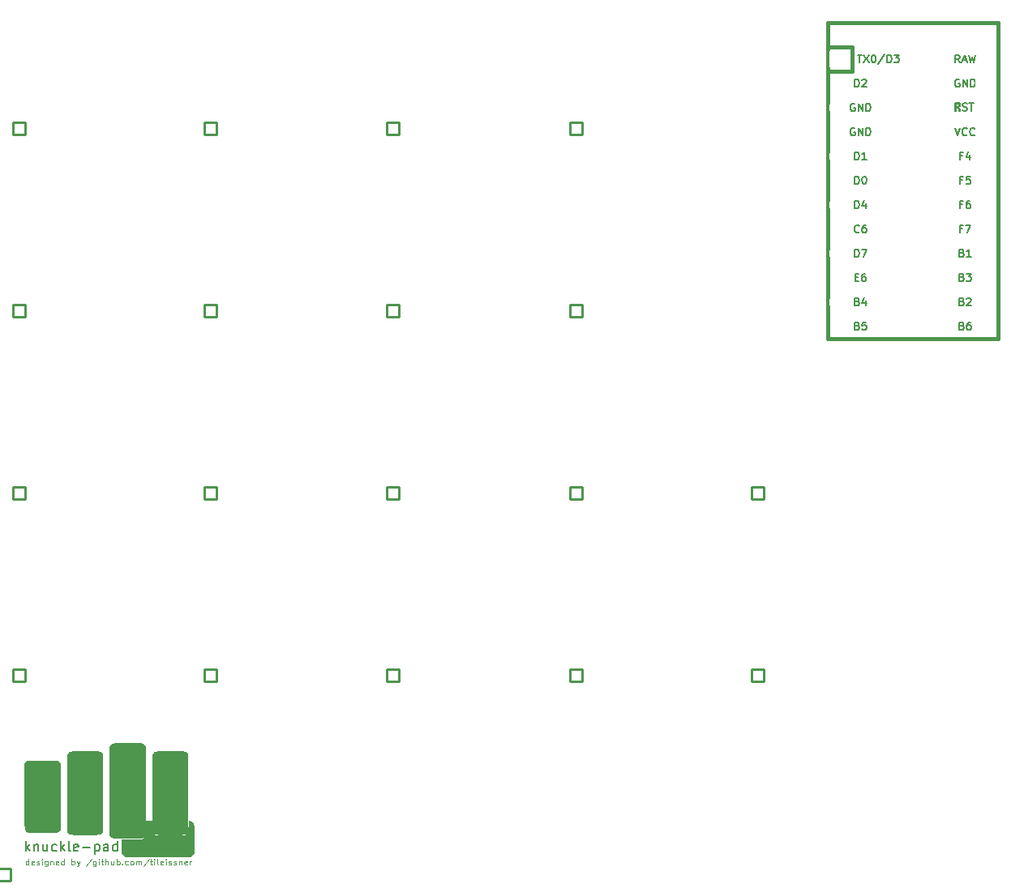
<source format=gto>
%TF.GenerationSoftware,KiCad,Pcbnew,5.99.0-unknown-5f3c67bd2b~134~ubuntu20.04.1*%
%TF.CreationDate,2021-09-28T13:01:48+02:00*%
%TF.ProjectId,knuckle-pad,6b6e7563-6b6c-4652-9d70-61642e6b6963,rev?*%
%TF.SameCoordinates,Original*%
%TF.FileFunction,Legend,Top*%
%TF.FilePolarity,Positive*%
%FSLAX46Y46*%
G04 Gerber Fmt 4.6, Leading zero omitted, Abs format (unit mm)*
G04 Created by KiCad (PCBNEW 5.99.0-unknown-5f3c67bd2b~134~ubuntu20.04.1) date 2021-09-28 13:01:48*
%MOMM*%
%LPD*%
G01*
G04 APERTURE LIST*
G04 Aperture macros list*
%AMRoundRect*
0 Rectangle with rounded corners*
0 $1 Rounding radius*
0 $2 $3 $4 $5 $6 $7 $8 $9 X,Y pos of 4 corners*
0 Add a 4 corners polygon primitive as box body*
4,1,4,$2,$3,$4,$5,$6,$7,$8,$9,$2,$3,0*
0 Add four circle primitives for the rounded corners*
1,1,$1+$1,$2,$3*
1,1,$1+$1,$4,$5*
1,1,$1+$1,$6,$7*
1,1,$1+$1,$8,$9*
0 Add four rect primitives between the rounded corners*
20,1,$1+$1,$2,$3,$4,$5,0*
20,1,$1+$1,$4,$5,$6,$7,0*
20,1,$1+$1,$6,$7,$8,$9,0*
20,1,$1+$1,$8,$9,$2,$3,0*%
%AMHorizOval*
0 Thick line with rounded ends*
0 $1 width*
0 $2 $3 position (X,Y) of the first rounded end (center of the circle)*
0 $4 $5 position (X,Y) of the second rounded end (center of the circle)*
0 Add line between two ends*
20,1,$1,$2,$3,$4,$5,0*
0 Add two circle primitives to create the rounded ends*
1,1,$1,$2,$3*
1,1,$1,$4,$5*%
G04 Aperture macros list end*
%ADD10C,0.076200*%
%ADD11C,0.133350*%
%ADD12C,0.150000*%
%ADD13C,0.381000*%
%ADD14C,0.010000*%
%ADD15R,1.752600X1.752600*%
%ADD16C,1.752600*%
%ADD17C,1.750000*%
%ADD18C,3.987800*%
%ADD19RoundRect,0.160000X0.640000X-0.640000X0.640000X0.640000X-0.640000X0.640000X-0.640000X-0.640000X0*%
%ADD20O,1.600000X1.600000*%
%ADD21RoundRect,0.160000X0.850513X-0.309561X0.309561X0.850513X-0.850513X0.309561X-0.309561X-0.850513X0*%
%ADD22HorizOval,1.600000X0.000000X0.000000X0.000000X0.000000X0*%
%ADD23RoundRect,0.160000X0.783837X-0.452548X0.452548X0.783837X-0.783837X0.452548X-0.452548X-0.783837X0*%
%ADD24HorizOval,1.600000X0.000000X0.000000X0.000000X0.000000X0*%
%ADD25RoundRect,0.160000X0.519142X-0.741412X0.741412X0.519142X-0.519142X0.741412X-0.741412X-0.519142X0*%
%ADD26HorizOval,1.600000X0.000000X0.000000X0.000000X0.000000X0*%
%ADD27RoundRect,0.160000X0.234256X-0.874256X0.874256X0.234256X-0.234256X0.874256X-0.874256X-0.234256X0*%
%ADD28HorizOval,1.600000X0.000000X0.000000X0.000000X0.000000X0*%
%ADD29C,2.000000*%
G04 APERTURE END LIST*
D10*
X105312028Y-125361820D02*
X105312028Y-124777620D01*
X105312028Y-125334001D02*
X105250342Y-125361820D01*
X105126971Y-125361820D01*
X105065285Y-125334001D01*
X105034442Y-125306182D01*
X105003600Y-125250544D01*
X105003600Y-125083630D01*
X105034442Y-125027992D01*
X105065285Y-125000173D01*
X105126971Y-124972354D01*
X105250342Y-124972354D01*
X105312028Y-125000173D01*
X105867200Y-125334001D02*
X105805514Y-125361820D01*
X105682142Y-125361820D01*
X105620457Y-125334001D01*
X105589614Y-125278363D01*
X105589614Y-125055811D01*
X105620457Y-125000173D01*
X105682142Y-124972354D01*
X105805514Y-124972354D01*
X105867200Y-125000173D01*
X105898042Y-125055811D01*
X105898042Y-125111449D01*
X105589614Y-125167087D01*
X106144785Y-125334001D02*
X106206471Y-125361820D01*
X106329842Y-125361820D01*
X106391528Y-125334001D01*
X106422371Y-125278363D01*
X106422371Y-125250544D01*
X106391528Y-125194906D01*
X106329842Y-125167087D01*
X106237314Y-125167087D01*
X106175628Y-125139268D01*
X106144785Y-125083630D01*
X106144785Y-125055811D01*
X106175628Y-125000173D01*
X106237314Y-124972354D01*
X106329842Y-124972354D01*
X106391528Y-125000173D01*
X106699957Y-125361820D02*
X106699957Y-124972354D01*
X106699957Y-124777620D02*
X106669114Y-124805440D01*
X106699957Y-124833259D01*
X106730800Y-124805440D01*
X106699957Y-124777620D01*
X106699957Y-124833259D01*
X107285971Y-124972354D02*
X107285971Y-125445278D01*
X107255128Y-125500916D01*
X107224285Y-125528735D01*
X107162600Y-125556554D01*
X107070071Y-125556554D01*
X107008385Y-125528735D01*
X107285971Y-125334001D02*
X107224285Y-125361820D01*
X107100914Y-125361820D01*
X107039228Y-125334001D01*
X107008385Y-125306182D01*
X106977542Y-125250544D01*
X106977542Y-125083630D01*
X107008385Y-125027992D01*
X107039228Y-125000173D01*
X107100914Y-124972354D01*
X107224285Y-124972354D01*
X107285971Y-125000173D01*
X107594400Y-124972354D02*
X107594400Y-125361820D01*
X107594400Y-125027992D02*
X107625242Y-125000173D01*
X107686928Y-124972354D01*
X107779457Y-124972354D01*
X107841142Y-125000173D01*
X107871985Y-125055811D01*
X107871985Y-125361820D01*
X108427157Y-125334001D02*
X108365471Y-125361820D01*
X108242100Y-125361820D01*
X108180414Y-125334001D01*
X108149571Y-125278363D01*
X108149571Y-125055811D01*
X108180414Y-125000173D01*
X108242100Y-124972354D01*
X108365471Y-124972354D01*
X108427157Y-125000173D01*
X108458000Y-125055811D01*
X108458000Y-125111449D01*
X108149571Y-125167087D01*
X109013171Y-125361820D02*
X109013171Y-124777620D01*
X109013171Y-125334001D02*
X108951485Y-125361820D01*
X108828114Y-125361820D01*
X108766428Y-125334001D01*
X108735585Y-125306182D01*
X108704742Y-125250544D01*
X108704742Y-125083630D01*
X108735585Y-125027992D01*
X108766428Y-125000173D01*
X108828114Y-124972354D01*
X108951485Y-124972354D01*
X109013171Y-125000173D01*
X109815085Y-125361820D02*
X109815085Y-124777620D01*
X109815085Y-125000173D02*
X109876771Y-124972354D01*
X110000142Y-124972354D01*
X110061828Y-125000173D01*
X110092671Y-125027992D01*
X110123514Y-125083630D01*
X110123514Y-125250544D01*
X110092671Y-125306182D01*
X110061828Y-125334001D01*
X110000142Y-125361820D01*
X109876771Y-125361820D01*
X109815085Y-125334001D01*
X110339414Y-124972354D02*
X110493628Y-125361820D01*
X110647842Y-124972354D02*
X110493628Y-125361820D01*
X110431942Y-125500916D01*
X110401100Y-125528735D01*
X110339414Y-125556554D01*
X111850714Y-124749801D02*
X111295542Y-125500916D01*
X112344200Y-124972354D02*
X112344200Y-125445278D01*
X112313357Y-125500916D01*
X112282514Y-125528735D01*
X112220828Y-125556554D01*
X112128300Y-125556554D01*
X112066614Y-125528735D01*
X112344200Y-125334001D02*
X112282514Y-125361820D01*
X112159142Y-125361820D01*
X112097457Y-125334001D01*
X112066614Y-125306182D01*
X112035771Y-125250544D01*
X112035771Y-125083630D01*
X112066614Y-125027992D01*
X112097457Y-125000173D01*
X112159142Y-124972354D01*
X112282514Y-124972354D01*
X112344200Y-125000173D01*
X112652628Y-125361820D02*
X112652628Y-124972354D01*
X112652628Y-124777620D02*
X112621785Y-124805440D01*
X112652628Y-124833259D01*
X112683471Y-124805440D01*
X112652628Y-124777620D01*
X112652628Y-124833259D01*
X112868528Y-124972354D02*
X113115271Y-124972354D01*
X112961057Y-124777620D02*
X112961057Y-125278363D01*
X112991900Y-125334001D01*
X113053585Y-125361820D01*
X113115271Y-125361820D01*
X113331171Y-125361820D02*
X113331171Y-124777620D01*
X113608757Y-125361820D02*
X113608757Y-125055811D01*
X113577914Y-125000173D01*
X113516228Y-124972354D01*
X113423700Y-124972354D01*
X113362014Y-125000173D01*
X113331171Y-125027992D01*
X114194771Y-124972354D02*
X114194771Y-125361820D01*
X113917185Y-124972354D02*
X113917185Y-125278363D01*
X113948028Y-125334001D01*
X114009714Y-125361820D01*
X114102242Y-125361820D01*
X114163928Y-125334001D01*
X114194771Y-125306182D01*
X114503200Y-125361820D02*
X114503200Y-124777620D01*
X114503200Y-125000173D02*
X114564885Y-124972354D01*
X114688257Y-124972354D01*
X114749942Y-125000173D01*
X114780785Y-125027992D01*
X114811628Y-125083630D01*
X114811628Y-125250544D01*
X114780785Y-125306182D01*
X114749942Y-125334001D01*
X114688257Y-125361820D01*
X114564885Y-125361820D01*
X114503200Y-125334001D01*
X115089214Y-125306182D02*
X115120057Y-125334001D01*
X115089214Y-125361820D01*
X115058371Y-125334001D01*
X115089214Y-125306182D01*
X115089214Y-125361820D01*
X115675228Y-125334001D02*
X115613542Y-125361820D01*
X115490171Y-125361820D01*
X115428485Y-125334001D01*
X115397642Y-125306182D01*
X115366800Y-125250544D01*
X115366800Y-125083630D01*
X115397642Y-125027992D01*
X115428485Y-125000173D01*
X115490171Y-124972354D01*
X115613542Y-124972354D01*
X115675228Y-125000173D01*
X116045342Y-125361820D02*
X115983657Y-125334001D01*
X115952814Y-125306182D01*
X115921971Y-125250544D01*
X115921971Y-125083630D01*
X115952814Y-125027992D01*
X115983657Y-125000173D01*
X116045342Y-124972354D01*
X116137871Y-124972354D01*
X116199557Y-125000173D01*
X116230400Y-125027992D01*
X116261242Y-125083630D01*
X116261242Y-125250544D01*
X116230400Y-125306182D01*
X116199557Y-125334001D01*
X116137871Y-125361820D01*
X116045342Y-125361820D01*
X116538828Y-125361820D02*
X116538828Y-124972354D01*
X116538828Y-125027992D02*
X116569671Y-125000173D01*
X116631357Y-124972354D01*
X116723885Y-124972354D01*
X116785571Y-125000173D01*
X116816414Y-125055811D01*
X116816414Y-125361820D01*
X116816414Y-125055811D02*
X116847257Y-125000173D01*
X116908942Y-124972354D01*
X117001471Y-124972354D01*
X117063157Y-125000173D01*
X117094000Y-125055811D01*
X117094000Y-125361820D01*
X117865071Y-124749801D02*
X117309900Y-125500916D01*
X117988442Y-124972354D02*
X118235185Y-124972354D01*
X118080971Y-124777620D02*
X118080971Y-125278363D01*
X118111814Y-125334001D01*
X118173500Y-125361820D01*
X118235185Y-125361820D01*
X118451085Y-125361820D02*
X118451085Y-124972354D01*
X118451085Y-124777620D02*
X118420242Y-124805440D01*
X118451085Y-124833259D01*
X118481928Y-124805440D01*
X118451085Y-124777620D01*
X118451085Y-124833259D01*
X118852042Y-125361820D02*
X118790357Y-125334001D01*
X118759514Y-125278363D01*
X118759514Y-124777620D01*
X119345528Y-125334001D02*
X119283842Y-125361820D01*
X119160471Y-125361820D01*
X119098785Y-125334001D01*
X119067942Y-125278363D01*
X119067942Y-125055811D01*
X119098785Y-125000173D01*
X119160471Y-124972354D01*
X119283842Y-124972354D01*
X119345528Y-125000173D01*
X119376371Y-125055811D01*
X119376371Y-125111449D01*
X119067942Y-125167087D01*
X119653957Y-125361820D02*
X119653957Y-124972354D01*
X119653957Y-124777620D02*
X119623114Y-124805440D01*
X119653957Y-124833259D01*
X119684800Y-124805440D01*
X119653957Y-124777620D01*
X119653957Y-124833259D01*
X119931542Y-125334001D02*
X119993228Y-125361820D01*
X120116600Y-125361820D01*
X120178285Y-125334001D01*
X120209128Y-125278363D01*
X120209128Y-125250544D01*
X120178285Y-125194906D01*
X120116600Y-125167087D01*
X120024071Y-125167087D01*
X119962385Y-125139268D01*
X119931542Y-125083630D01*
X119931542Y-125055811D01*
X119962385Y-125000173D01*
X120024071Y-124972354D01*
X120116600Y-124972354D01*
X120178285Y-125000173D01*
X120455871Y-125334001D02*
X120517557Y-125361820D01*
X120640928Y-125361820D01*
X120702614Y-125334001D01*
X120733457Y-125278363D01*
X120733457Y-125250544D01*
X120702614Y-125194906D01*
X120640928Y-125167087D01*
X120548400Y-125167087D01*
X120486714Y-125139268D01*
X120455871Y-125083630D01*
X120455871Y-125055811D01*
X120486714Y-125000173D01*
X120548400Y-124972354D01*
X120640928Y-124972354D01*
X120702614Y-125000173D01*
X121011042Y-124972354D02*
X121011042Y-125361820D01*
X121011042Y-125027992D02*
X121041885Y-125000173D01*
X121103571Y-124972354D01*
X121196100Y-124972354D01*
X121257785Y-125000173D01*
X121288628Y-125055811D01*
X121288628Y-125361820D01*
X121843800Y-125334001D02*
X121782114Y-125361820D01*
X121658742Y-125361820D01*
X121597057Y-125334001D01*
X121566214Y-125278363D01*
X121566214Y-125055811D01*
X121597057Y-125000173D01*
X121658742Y-124972354D01*
X121782114Y-124972354D01*
X121843800Y-125000173D01*
X121874642Y-125055811D01*
X121874642Y-125111449D01*
X121566214Y-125167087D01*
X122152228Y-125361820D02*
X122152228Y-124972354D01*
X122152228Y-125083630D02*
X122183071Y-125027992D01*
X122213914Y-125000173D01*
X122275600Y-124972354D01*
X122337285Y-124972354D01*
D11*
X105043514Y-123935429D02*
X105043514Y-122894029D01*
X105142695Y-123538705D02*
X105440238Y-123935429D01*
X105440238Y-123241162D02*
X105043514Y-123637886D01*
X105886552Y-123241162D02*
X105886552Y-123935429D01*
X105886552Y-123340343D02*
X105936142Y-123290753D01*
X106035323Y-123241162D01*
X106184095Y-123241162D01*
X106283276Y-123290753D01*
X106332866Y-123389934D01*
X106332866Y-123935429D01*
X107275085Y-123241162D02*
X107275085Y-123935429D01*
X106828771Y-123241162D02*
X106828771Y-123786658D01*
X106878361Y-123885839D01*
X106977542Y-123935429D01*
X107126314Y-123935429D01*
X107225495Y-123885839D01*
X107275085Y-123836248D01*
X108217304Y-123885839D02*
X108118123Y-123935429D01*
X107919761Y-123935429D01*
X107820580Y-123885839D01*
X107770990Y-123836248D01*
X107721400Y-123737067D01*
X107721400Y-123439524D01*
X107770990Y-123340343D01*
X107820580Y-123290753D01*
X107919761Y-123241162D01*
X108118123Y-123241162D01*
X108217304Y-123290753D01*
X108663619Y-123935429D02*
X108663619Y-122894029D01*
X108762800Y-123538705D02*
X109060342Y-123935429D01*
X109060342Y-123241162D02*
X108663619Y-123637886D01*
X109655428Y-123935429D02*
X109556247Y-123885839D01*
X109506657Y-123786658D01*
X109506657Y-122894029D01*
X110448876Y-123885839D02*
X110349695Y-123935429D01*
X110151333Y-123935429D01*
X110052152Y-123885839D01*
X110002561Y-123786658D01*
X110002561Y-123389934D01*
X110052152Y-123290753D01*
X110151333Y-123241162D01*
X110349695Y-123241162D01*
X110448876Y-123290753D01*
X110498466Y-123389934D01*
X110498466Y-123489115D01*
X110002561Y-123588296D01*
X110944780Y-123538705D02*
X111738228Y-123538705D01*
X112234133Y-123241162D02*
X112234133Y-124282562D01*
X112234133Y-123290753D02*
X112333314Y-123241162D01*
X112531676Y-123241162D01*
X112630857Y-123290753D01*
X112680447Y-123340343D01*
X112730038Y-123439524D01*
X112730038Y-123737067D01*
X112680447Y-123836248D01*
X112630857Y-123885839D01*
X112531676Y-123935429D01*
X112333314Y-123935429D01*
X112234133Y-123885839D01*
X113622666Y-123935429D02*
X113622666Y-123389934D01*
X113573076Y-123290753D01*
X113473895Y-123241162D01*
X113275533Y-123241162D01*
X113176352Y-123290753D01*
X113622666Y-123885839D02*
X113523485Y-123935429D01*
X113275533Y-123935429D01*
X113176352Y-123885839D01*
X113126761Y-123786658D01*
X113126761Y-123687477D01*
X113176352Y-123588296D01*
X113275533Y-123538705D01*
X113523485Y-123538705D01*
X113622666Y-123489115D01*
X114564885Y-123935429D02*
X114564885Y-122894029D01*
X114564885Y-123885839D02*
X114465704Y-123935429D01*
X114267342Y-123935429D01*
X114168161Y-123885839D01*
X114118571Y-123836248D01*
X114068980Y-123737067D01*
X114068980Y-123439524D01*
X114118571Y-123340343D01*
X114168161Y-123290753D01*
X114267342Y-123241162D01*
X114465704Y-123241162D01*
X114564885Y-123290753D01*
D12*
%TO.C,U1*%
X191875051Y-40735304D02*
X192332194Y-40735304D01*
X192103623Y-41535304D02*
X192103623Y-40735304D01*
X192522670Y-40735304D02*
X193056004Y-41535304D01*
X193056004Y-40735304D02*
X192522670Y-41535304D01*
X193513147Y-40735304D02*
X193589337Y-40735304D01*
X193665528Y-40773400D01*
X193703623Y-40811495D01*
X193741718Y-40887685D01*
X193779813Y-41040066D01*
X193779813Y-41230542D01*
X193741718Y-41382923D01*
X193703623Y-41459114D01*
X193665528Y-41497209D01*
X193589337Y-41535304D01*
X193513147Y-41535304D01*
X193436956Y-41497209D01*
X193398861Y-41459114D01*
X193360766Y-41382923D01*
X193322670Y-41230542D01*
X193322670Y-41040066D01*
X193360766Y-40887685D01*
X193398861Y-40811495D01*
X193436956Y-40773400D01*
X193513147Y-40735304D01*
X194694099Y-40697209D02*
X194008385Y-41725780D01*
X194960766Y-41535304D02*
X194960766Y-40735304D01*
X195151242Y-40735304D01*
X195265528Y-40773400D01*
X195341718Y-40849590D01*
X195379813Y-40925780D01*
X195417908Y-41078161D01*
X195417908Y-41192447D01*
X195379813Y-41344828D01*
X195341718Y-41421019D01*
X195265528Y-41497209D01*
X195151242Y-41535304D01*
X194960766Y-41535304D01*
X195684575Y-40735304D02*
X196179813Y-40735304D01*
X195913147Y-41040066D01*
X196027432Y-41040066D01*
X196103623Y-41078161D01*
X196141718Y-41116257D01*
X196179813Y-41192447D01*
X196179813Y-41382923D01*
X196141718Y-41459114D01*
X196103623Y-41497209D01*
X196027432Y-41535304D01*
X195798861Y-41535304D01*
X195722670Y-41497209D01*
X195684575Y-41459114D01*
X191585923Y-54235304D02*
X191585923Y-53435304D01*
X191776400Y-53435304D01*
X191890685Y-53473400D01*
X191966876Y-53549590D01*
X192004971Y-53625780D01*
X192043066Y-53778161D01*
X192043066Y-53892447D01*
X192004971Y-54044828D01*
X191966876Y-54121019D01*
X191890685Y-54197209D01*
X191776400Y-54235304D01*
X191585923Y-54235304D01*
X192538304Y-53435304D02*
X192614495Y-53435304D01*
X192690685Y-53473400D01*
X192728780Y-53511495D01*
X192766876Y-53587685D01*
X192804971Y-53740066D01*
X192804971Y-53930542D01*
X192766876Y-54082923D01*
X192728780Y-54159114D01*
X192690685Y-54197209D01*
X192614495Y-54235304D01*
X192538304Y-54235304D01*
X192462114Y-54197209D01*
X192424019Y-54159114D01*
X192385923Y-54082923D01*
X192347828Y-53930542D01*
X192347828Y-53740066D01*
X192385923Y-53587685D01*
X192424019Y-53511495D01*
X192462114Y-53473400D01*
X192538304Y-53435304D01*
X202774590Y-63976257D02*
X202888876Y-64014352D01*
X202926971Y-64052447D01*
X202965066Y-64128638D01*
X202965066Y-64242923D01*
X202926971Y-64319114D01*
X202888876Y-64357209D01*
X202812685Y-64395304D01*
X202507923Y-64395304D01*
X202507923Y-63595304D01*
X202774590Y-63595304D01*
X202850780Y-63633400D01*
X202888876Y-63671495D01*
X202926971Y-63747685D01*
X202926971Y-63823876D01*
X202888876Y-63900066D01*
X202850780Y-63938161D01*
X202774590Y-63976257D01*
X202507923Y-63976257D01*
X203231733Y-63595304D02*
X203726971Y-63595304D01*
X203460304Y-63900066D01*
X203574590Y-63900066D01*
X203650780Y-63938161D01*
X203688876Y-63976257D01*
X203726971Y-64052447D01*
X203726971Y-64242923D01*
X203688876Y-64319114D01*
X203650780Y-64357209D01*
X203574590Y-64395304D01*
X203346019Y-64395304D01*
X203269828Y-64357209D01*
X203231733Y-64319114D01*
X191852590Y-66516257D02*
X191966876Y-66554352D01*
X192004971Y-66592447D01*
X192043066Y-66668638D01*
X192043066Y-66782923D01*
X192004971Y-66859114D01*
X191966876Y-66897209D01*
X191890685Y-66935304D01*
X191585923Y-66935304D01*
X191585923Y-66135304D01*
X191852590Y-66135304D01*
X191928780Y-66173400D01*
X191966876Y-66211495D01*
X192004971Y-66287685D01*
X192004971Y-66363876D01*
X191966876Y-66440066D01*
X191928780Y-66478161D01*
X191852590Y-66516257D01*
X191585923Y-66516257D01*
X192728780Y-66401971D02*
X192728780Y-66935304D01*
X192538304Y-66097209D02*
X192347828Y-66668638D01*
X192843066Y-66668638D01*
X202831733Y-58896257D02*
X202565066Y-58896257D01*
X202565066Y-59315304D02*
X202565066Y-58515304D01*
X202946019Y-58515304D01*
X203174590Y-58515304D02*
X203707923Y-58515304D01*
X203365066Y-59315304D01*
X191852590Y-69056257D02*
X191966876Y-69094352D01*
X192004971Y-69132447D01*
X192043066Y-69208638D01*
X192043066Y-69322923D01*
X192004971Y-69399114D01*
X191966876Y-69437209D01*
X191890685Y-69475304D01*
X191585923Y-69475304D01*
X191585923Y-68675304D01*
X191852590Y-68675304D01*
X191928780Y-68713400D01*
X191966876Y-68751495D01*
X192004971Y-68827685D01*
X192004971Y-68903876D01*
X191966876Y-68980066D01*
X191928780Y-69018161D01*
X191852590Y-69056257D01*
X191585923Y-69056257D01*
X192766876Y-68675304D02*
X192385923Y-68675304D01*
X192347828Y-69056257D01*
X192385923Y-69018161D01*
X192462114Y-68980066D01*
X192652590Y-68980066D01*
X192728780Y-69018161D01*
X192766876Y-69056257D01*
X192804971Y-69132447D01*
X192804971Y-69322923D01*
X192766876Y-69399114D01*
X192728780Y-69437209D01*
X192652590Y-69475304D01*
X192462114Y-69475304D01*
X192385923Y-69437209D01*
X192347828Y-69399114D01*
X202831733Y-53816257D02*
X202565066Y-53816257D01*
X202565066Y-54235304D02*
X202565066Y-53435304D01*
X202946019Y-53435304D01*
X203631733Y-53435304D02*
X203250780Y-53435304D01*
X203212685Y-53816257D01*
X203250780Y-53778161D01*
X203326971Y-53740066D01*
X203517447Y-53740066D01*
X203593638Y-53778161D01*
X203631733Y-53816257D01*
X203669828Y-53892447D01*
X203669828Y-54082923D01*
X203631733Y-54159114D01*
X203593638Y-54197209D01*
X203517447Y-54235304D01*
X203326971Y-54235304D01*
X203250780Y-54197209D01*
X203212685Y-54159114D01*
X202831733Y-51276257D02*
X202565066Y-51276257D01*
X202565066Y-51695304D02*
X202565066Y-50895304D01*
X202946019Y-50895304D01*
X203593638Y-51161971D02*
X203593638Y-51695304D01*
X203403161Y-50857209D02*
X203212685Y-51428638D01*
X203707923Y-51428638D01*
X191585923Y-44075304D02*
X191585923Y-43275304D01*
X191776400Y-43275304D01*
X191890685Y-43313400D01*
X191966876Y-43389590D01*
X192004971Y-43465780D01*
X192043066Y-43618161D01*
X192043066Y-43732447D01*
X192004971Y-43884828D01*
X191966876Y-43961019D01*
X191890685Y-44037209D01*
X191776400Y-44075304D01*
X191585923Y-44075304D01*
X192347828Y-43351495D02*
X192385923Y-43313400D01*
X192462114Y-43275304D01*
X192652590Y-43275304D01*
X192728780Y-43313400D01*
X192766876Y-43351495D01*
X192804971Y-43427685D01*
X192804971Y-43503876D01*
X192766876Y-43618161D01*
X192309733Y-44075304D01*
X192804971Y-44075304D01*
X202831733Y-56356257D02*
X202565066Y-56356257D01*
X202565066Y-56775304D02*
X202565066Y-55975304D01*
X202946019Y-55975304D01*
X203593638Y-55975304D02*
X203441257Y-55975304D01*
X203365066Y-56013400D01*
X203326971Y-56051495D01*
X203250780Y-56165780D01*
X203212685Y-56318161D01*
X203212685Y-56622923D01*
X203250780Y-56699114D01*
X203288876Y-56737209D01*
X203365066Y-56775304D01*
X203517447Y-56775304D01*
X203593638Y-56737209D01*
X203631733Y-56699114D01*
X203669828Y-56622923D01*
X203669828Y-56432447D01*
X203631733Y-56356257D01*
X203593638Y-56318161D01*
X203517447Y-56280066D01*
X203365066Y-56280066D01*
X203288876Y-56318161D01*
X203250780Y-56356257D01*
X203212685Y-56432447D01*
X191566876Y-48393400D02*
X191490685Y-48355304D01*
X191376400Y-48355304D01*
X191262114Y-48393400D01*
X191185923Y-48469590D01*
X191147828Y-48545780D01*
X191109733Y-48698161D01*
X191109733Y-48812447D01*
X191147828Y-48964828D01*
X191185923Y-49041019D01*
X191262114Y-49117209D01*
X191376400Y-49155304D01*
X191452590Y-49155304D01*
X191566876Y-49117209D01*
X191604971Y-49079114D01*
X191604971Y-48812447D01*
X191452590Y-48812447D01*
X191947828Y-49155304D02*
X191947828Y-48355304D01*
X192404971Y-49155304D01*
X192404971Y-48355304D01*
X192785923Y-49155304D02*
X192785923Y-48355304D01*
X192976400Y-48355304D01*
X193090685Y-48393400D01*
X193166876Y-48469590D01*
X193204971Y-48545780D01*
X193243066Y-48698161D01*
X193243066Y-48812447D01*
X193204971Y-48964828D01*
X193166876Y-49041019D01*
X193090685Y-49117209D01*
X192976400Y-49155304D01*
X192785923Y-49155304D01*
X202774590Y-69056257D02*
X202888876Y-69094352D01*
X202926971Y-69132447D01*
X202965066Y-69208638D01*
X202965066Y-69322923D01*
X202926971Y-69399114D01*
X202888876Y-69437209D01*
X202812685Y-69475304D01*
X202507923Y-69475304D01*
X202507923Y-68675304D01*
X202774590Y-68675304D01*
X202850780Y-68713400D01*
X202888876Y-68751495D01*
X202926971Y-68827685D01*
X202926971Y-68903876D01*
X202888876Y-68980066D01*
X202850780Y-69018161D01*
X202774590Y-69056257D01*
X202507923Y-69056257D01*
X203650780Y-68675304D02*
X203498400Y-68675304D01*
X203422209Y-68713400D01*
X203384114Y-68751495D01*
X203307923Y-68865780D01*
X203269828Y-69018161D01*
X203269828Y-69322923D01*
X203307923Y-69399114D01*
X203346019Y-69437209D01*
X203422209Y-69475304D01*
X203574590Y-69475304D01*
X203650780Y-69437209D01*
X203688876Y-69399114D01*
X203726971Y-69322923D01*
X203726971Y-69132447D01*
X203688876Y-69056257D01*
X203650780Y-69018161D01*
X203574590Y-68980066D01*
X203422209Y-68980066D01*
X203346019Y-69018161D01*
X203307923Y-69056257D01*
X203269828Y-69132447D01*
X202774590Y-61436257D02*
X202888876Y-61474352D01*
X202926971Y-61512447D01*
X202965066Y-61588638D01*
X202965066Y-61702923D01*
X202926971Y-61779114D01*
X202888876Y-61817209D01*
X202812685Y-61855304D01*
X202507923Y-61855304D01*
X202507923Y-61055304D01*
X202774590Y-61055304D01*
X202850780Y-61093400D01*
X202888876Y-61131495D01*
X202926971Y-61207685D01*
X202926971Y-61283876D01*
X202888876Y-61360066D01*
X202850780Y-61398161D01*
X202774590Y-61436257D01*
X202507923Y-61436257D01*
X203726971Y-61855304D02*
X203269828Y-61855304D01*
X203498400Y-61855304D02*
X203498400Y-61055304D01*
X203422209Y-61169590D01*
X203346019Y-61245780D01*
X203269828Y-61283876D01*
X202031733Y-48355304D02*
X202298400Y-49155304D01*
X202565066Y-48355304D01*
X203288876Y-49079114D02*
X203250780Y-49117209D01*
X203136495Y-49155304D01*
X203060304Y-49155304D01*
X202946019Y-49117209D01*
X202869828Y-49041019D01*
X202831733Y-48964828D01*
X202793638Y-48812447D01*
X202793638Y-48698161D01*
X202831733Y-48545780D01*
X202869828Y-48469590D01*
X202946019Y-48393400D01*
X203060304Y-48355304D01*
X203136495Y-48355304D01*
X203250780Y-48393400D01*
X203288876Y-48431495D01*
X204088876Y-49079114D02*
X204050780Y-49117209D01*
X203936495Y-49155304D01*
X203860304Y-49155304D01*
X203746019Y-49117209D01*
X203669828Y-49041019D01*
X203631733Y-48964828D01*
X203593638Y-48812447D01*
X203593638Y-48698161D01*
X203631733Y-48545780D01*
X203669828Y-48469590D01*
X203746019Y-48393400D01*
X203860304Y-48355304D01*
X203936495Y-48355304D01*
X204050780Y-48393400D01*
X204088876Y-48431495D01*
X202837186Y-46547209D02*
X202951472Y-46585304D01*
X203141948Y-46585304D01*
X203218139Y-46547209D01*
X203256234Y-46509114D01*
X203294329Y-46432923D01*
X203294329Y-46356733D01*
X203256234Y-46280542D01*
X203218139Y-46242447D01*
X203141948Y-46204352D01*
X202989567Y-46166257D01*
X202913377Y-46128161D01*
X202875281Y-46090066D01*
X202837186Y-46013876D01*
X202837186Y-45937685D01*
X202875281Y-45861495D01*
X202913377Y-45823400D01*
X202989567Y-45785304D01*
X203180043Y-45785304D01*
X203294329Y-45823400D01*
X203522900Y-45785304D02*
X203980043Y-45785304D01*
X203751472Y-46585304D02*
X203751472Y-45785304D01*
X191566876Y-45853400D02*
X191490685Y-45815304D01*
X191376400Y-45815304D01*
X191262114Y-45853400D01*
X191185923Y-45929590D01*
X191147828Y-46005780D01*
X191109733Y-46158161D01*
X191109733Y-46272447D01*
X191147828Y-46424828D01*
X191185923Y-46501019D01*
X191262114Y-46577209D01*
X191376400Y-46615304D01*
X191452590Y-46615304D01*
X191566876Y-46577209D01*
X191604971Y-46539114D01*
X191604971Y-46272447D01*
X191452590Y-46272447D01*
X191947828Y-46615304D02*
X191947828Y-45815304D01*
X192404971Y-46615304D01*
X192404971Y-45815304D01*
X192785923Y-46615304D02*
X192785923Y-45815304D01*
X192976400Y-45815304D01*
X193090685Y-45853400D01*
X193166876Y-45929590D01*
X193204971Y-46005780D01*
X193243066Y-46158161D01*
X193243066Y-46272447D01*
X193204971Y-46424828D01*
X193166876Y-46501019D01*
X193090685Y-46577209D01*
X192976400Y-46615304D01*
X192785923Y-46615304D01*
X191585923Y-61855304D02*
X191585923Y-61055304D01*
X191776400Y-61055304D01*
X191890685Y-61093400D01*
X191966876Y-61169590D01*
X192004971Y-61245780D01*
X192043066Y-61398161D01*
X192043066Y-61512447D01*
X192004971Y-61664828D01*
X191966876Y-61741019D01*
X191890685Y-61817209D01*
X191776400Y-61855304D01*
X191585923Y-61855304D01*
X192309733Y-61055304D02*
X192843066Y-61055304D01*
X192500209Y-61855304D01*
X202546019Y-41535304D02*
X202279352Y-41154352D01*
X202088876Y-41535304D02*
X202088876Y-40735304D01*
X202393638Y-40735304D01*
X202469828Y-40773400D01*
X202507923Y-40811495D01*
X202546019Y-40887685D01*
X202546019Y-41001971D01*
X202507923Y-41078161D01*
X202469828Y-41116257D01*
X202393638Y-41154352D01*
X202088876Y-41154352D01*
X202850780Y-41306733D02*
X203231733Y-41306733D01*
X202774590Y-41535304D02*
X203041257Y-40735304D01*
X203307923Y-41535304D01*
X203498400Y-40735304D02*
X203688876Y-41535304D01*
X203841257Y-40963876D01*
X203993638Y-41535304D01*
X204184114Y-40735304D01*
X202488876Y-43313400D02*
X202412685Y-43275304D01*
X202298400Y-43275304D01*
X202184114Y-43313400D01*
X202107923Y-43389590D01*
X202069828Y-43465780D01*
X202031733Y-43618161D01*
X202031733Y-43732447D01*
X202069828Y-43884828D01*
X202107923Y-43961019D01*
X202184114Y-44037209D01*
X202298400Y-44075304D01*
X202374590Y-44075304D01*
X202488876Y-44037209D01*
X202526971Y-43999114D01*
X202526971Y-43732447D01*
X202374590Y-43732447D01*
X202869828Y-44075304D02*
X202869828Y-43275304D01*
X203326971Y-44075304D01*
X203326971Y-43275304D01*
X203707923Y-44075304D02*
X203707923Y-43275304D01*
X203898400Y-43275304D01*
X204012685Y-43313400D01*
X204088876Y-43389590D01*
X204126971Y-43465780D01*
X204165066Y-43618161D01*
X204165066Y-43732447D01*
X204126971Y-43884828D01*
X204088876Y-43961019D01*
X204012685Y-44037209D01*
X203898400Y-44075304D01*
X203707923Y-44075304D01*
X191585923Y-56775304D02*
X191585923Y-55975304D01*
X191776400Y-55975304D01*
X191890685Y-56013400D01*
X191966876Y-56089590D01*
X192004971Y-56165780D01*
X192043066Y-56318161D01*
X192043066Y-56432447D01*
X192004971Y-56584828D01*
X191966876Y-56661019D01*
X191890685Y-56737209D01*
X191776400Y-56775304D01*
X191585923Y-56775304D01*
X192728780Y-56241971D02*
X192728780Y-56775304D01*
X192538304Y-55937209D02*
X192347828Y-56508638D01*
X192843066Y-56508638D01*
X202774590Y-66516257D02*
X202888876Y-66554352D01*
X202926971Y-66592447D01*
X202965066Y-66668638D01*
X202965066Y-66782923D01*
X202926971Y-66859114D01*
X202888876Y-66897209D01*
X202812685Y-66935304D01*
X202507923Y-66935304D01*
X202507923Y-66135304D01*
X202774590Y-66135304D01*
X202850780Y-66173400D01*
X202888876Y-66211495D01*
X202926971Y-66287685D01*
X202926971Y-66363876D01*
X202888876Y-66440066D01*
X202850780Y-66478161D01*
X202774590Y-66516257D01*
X202507923Y-66516257D01*
X203269828Y-66211495D02*
X203307923Y-66173400D01*
X203384114Y-66135304D01*
X203574590Y-66135304D01*
X203650780Y-66173400D01*
X203688876Y-66211495D01*
X203726971Y-66287685D01*
X203726971Y-66363876D01*
X203688876Y-66478161D01*
X203231733Y-66935304D01*
X203726971Y-66935304D01*
X192043066Y-59239114D02*
X192004971Y-59277209D01*
X191890685Y-59315304D01*
X191814495Y-59315304D01*
X191700209Y-59277209D01*
X191624019Y-59201019D01*
X191585923Y-59124828D01*
X191547828Y-58972447D01*
X191547828Y-58858161D01*
X191585923Y-58705780D01*
X191624019Y-58629590D01*
X191700209Y-58553400D01*
X191814495Y-58515304D01*
X191890685Y-58515304D01*
X192004971Y-58553400D01*
X192043066Y-58591495D01*
X192728780Y-58515304D02*
X192576400Y-58515304D01*
X192500209Y-58553400D01*
X192462114Y-58591495D01*
X192385923Y-58705780D01*
X192347828Y-58858161D01*
X192347828Y-59162923D01*
X192385923Y-59239114D01*
X192424019Y-59277209D01*
X192500209Y-59315304D01*
X192652590Y-59315304D01*
X192728780Y-59277209D01*
X192766876Y-59239114D01*
X192804971Y-59162923D01*
X192804971Y-58972447D01*
X192766876Y-58896257D01*
X192728780Y-58858161D01*
X192652590Y-58820066D01*
X192500209Y-58820066D01*
X192424019Y-58858161D01*
X192385923Y-58896257D01*
X192347828Y-58972447D01*
X191585923Y-51695304D02*
X191585923Y-50895304D01*
X191776400Y-50895304D01*
X191890685Y-50933400D01*
X191966876Y-51009590D01*
X192004971Y-51085780D01*
X192043066Y-51238161D01*
X192043066Y-51352447D01*
X192004971Y-51504828D01*
X191966876Y-51581019D01*
X191890685Y-51657209D01*
X191776400Y-51695304D01*
X191585923Y-51695304D01*
X192804971Y-51695304D02*
X192347828Y-51695304D01*
X192576400Y-51695304D02*
X192576400Y-50895304D01*
X192500209Y-51009590D01*
X192424019Y-51085780D01*
X192347828Y-51123876D01*
X191624019Y-63976257D02*
X191890685Y-63976257D01*
X192004971Y-64395304D02*
X191624019Y-64395304D01*
X191624019Y-63595304D01*
X192004971Y-63595304D01*
X192690685Y-63595304D02*
X192538304Y-63595304D01*
X192462114Y-63633400D01*
X192424019Y-63671495D01*
X192347828Y-63785780D01*
X192309733Y-63938161D01*
X192309733Y-64242923D01*
X192347828Y-64319114D01*
X192385923Y-64357209D01*
X192462114Y-64395304D01*
X192614495Y-64395304D01*
X192690685Y-64357209D01*
X192728780Y-64319114D01*
X192766876Y-64242923D01*
X192766876Y-64052447D01*
X192728780Y-63976257D01*
X192690685Y-63938161D01*
X192614495Y-63900066D01*
X192462114Y-63900066D01*
X192385923Y-63938161D01*
X192347828Y-63976257D01*
X192309733Y-64052447D01*
D13*
X188747400Y-70383400D02*
X206527400Y-70383400D01*
X206527400Y-39903400D02*
X206527400Y-37363400D01*
X188747400Y-37363400D02*
X188747400Y-39903400D01*
X191287400Y-42443400D02*
X188747400Y-42443400D01*
X206527400Y-70383400D02*
X206527400Y-39903400D01*
X191287400Y-39903400D02*
X191287400Y-42443400D01*
X188747400Y-39903400D02*
X188747400Y-70383400D01*
X191287400Y-39903400D02*
X188747400Y-39903400D01*
X206527400Y-37363400D02*
X188747400Y-37363400D01*
D12*
X202168968Y-45782760D02*
X202168968Y-46582760D01*
X202168968Y-46582760D02*
X202068968Y-46582760D01*
X202068968Y-46582760D02*
X202068968Y-45782760D01*
X202068968Y-45782760D02*
X202168968Y-45782760D01*
G36*
X202168968Y-46582760D02*
G01*
X202068968Y-46582760D01*
X202068968Y-45782760D01*
X202168968Y-45782760D01*
X202168968Y-46582760D01*
G37*
X202168968Y-46582760D02*
X202068968Y-46582760D01*
X202068968Y-45782760D01*
X202168968Y-45782760D01*
X202168968Y-46582760D01*
X202568968Y-45782760D02*
X202568968Y-45882760D01*
X202568968Y-45882760D02*
X202068968Y-45882760D01*
X202068968Y-45882760D02*
X202068968Y-45782760D01*
X202068968Y-45782760D02*
X202568968Y-45782760D01*
G36*
X202568968Y-45882760D02*
G01*
X202068968Y-45882760D01*
X202068968Y-45782760D01*
X202568968Y-45782760D01*
X202568968Y-45882760D01*
G37*
X202568968Y-45882760D02*
X202068968Y-45882760D01*
X202068968Y-45782760D01*
X202568968Y-45782760D01*
X202568968Y-45882760D01*
X202368968Y-46182760D02*
X202368968Y-46282760D01*
X202368968Y-46282760D02*
X202268968Y-46282760D01*
X202268968Y-46282760D02*
X202268968Y-46182760D01*
X202268968Y-46182760D02*
X202368968Y-46182760D01*
G36*
X202368968Y-46282760D02*
G01*
X202268968Y-46282760D01*
X202268968Y-46182760D01*
X202368968Y-46182760D01*
X202368968Y-46282760D01*
G37*
X202368968Y-46282760D02*
X202268968Y-46282760D01*
X202268968Y-46182760D01*
X202368968Y-46182760D01*
X202368968Y-46282760D01*
X202568968Y-46382760D02*
X202568968Y-46582760D01*
X202568968Y-46582760D02*
X202468968Y-46582760D01*
X202468968Y-46582760D02*
X202468968Y-46382760D01*
X202468968Y-46382760D02*
X202568968Y-46382760D01*
G36*
X202568968Y-46582760D02*
G01*
X202468968Y-46582760D01*
X202468968Y-46382760D01*
X202568968Y-46382760D01*
X202568968Y-46582760D01*
G37*
X202568968Y-46582760D02*
X202468968Y-46582760D01*
X202468968Y-46382760D01*
X202568968Y-46382760D01*
X202568968Y-46582760D01*
X202568968Y-45782760D02*
X202568968Y-46082760D01*
X202568968Y-46082760D02*
X202468968Y-46082760D01*
X202468968Y-46082760D02*
X202468968Y-45782760D01*
X202468968Y-45782760D02*
X202568968Y-45782760D01*
G36*
X202568968Y-46082760D02*
G01*
X202468968Y-46082760D01*
X202468968Y-45782760D01*
X202568968Y-45782760D01*
X202568968Y-46082760D01*
G37*
X202568968Y-46082760D02*
X202468968Y-46082760D01*
X202468968Y-45782760D01*
X202568968Y-45782760D01*
X202568968Y-46082760D01*
D14*
%TO.C,G\u002A\u002A\u002A*%
X116113248Y-112662241D02*
X116488383Y-112664663D01*
X116488383Y-112664663D02*
X116768588Y-112670162D01*
X116768588Y-112670162D02*
X116969896Y-112679932D01*
X116969896Y-112679932D02*
X117108343Y-112695171D01*
X117108343Y-112695171D02*
X117199961Y-112717074D01*
X117199961Y-112717074D02*
X117260786Y-112746837D01*
X117260786Y-112746837D02*
X117306850Y-112785655D01*
X117306850Y-112785655D02*
X117308284Y-112787084D01*
X117308284Y-112787084D02*
X117417440Y-112935703D01*
X117417440Y-112935703D02*
X117469083Y-113056959D01*
X117469083Y-113056959D02*
X117474670Y-113143010D01*
X117474670Y-113143010D02*
X117479494Y-113345600D01*
X117479494Y-113345600D02*
X117483518Y-113654273D01*
X117483518Y-113654273D02*
X117486701Y-114058569D01*
X117486701Y-114058569D02*
X117489007Y-114548032D01*
X117489007Y-114548032D02*
X117490394Y-115112202D01*
X117490394Y-115112202D02*
X117490825Y-115740623D01*
X117490825Y-115740623D02*
X117490261Y-116422836D01*
X117490261Y-116422836D02*
X117488663Y-117148384D01*
X117488663Y-117148384D02*
X117486574Y-117763203D01*
X117486574Y-117763203D02*
X117468650Y-122324957D01*
X117468650Y-122324957D02*
X117318740Y-122446328D01*
X117318740Y-122446328D02*
X117263314Y-122484483D01*
X117263314Y-122484483D02*
X117192362Y-122513724D01*
X117192362Y-122513724D02*
X117089531Y-122535224D01*
X117089531Y-122535224D02*
X116938470Y-122550158D01*
X116938470Y-122550158D02*
X116722824Y-122559697D01*
X116722824Y-122559697D02*
X116426242Y-122565016D01*
X116426242Y-122565016D02*
X116032371Y-122567288D01*
X116032371Y-122567288D02*
X115627149Y-122567700D01*
X115627149Y-122567700D02*
X115141695Y-122567046D01*
X115141695Y-122567046D02*
X114766884Y-122564304D01*
X114766884Y-122564304D02*
X114486364Y-122558299D01*
X114486364Y-122558299D02*
X114283783Y-122547858D01*
X114283783Y-122547858D02*
X114142788Y-122531809D01*
X114142788Y-122531809D02*
X114047026Y-122508977D01*
X114047026Y-122508977D02*
X113980145Y-122478190D01*
X113980145Y-122478190D02*
X113935559Y-122446328D01*
X113935559Y-122446328D02*
X113785650Y-122324957D01*
X113785650Y-122324957D02*
X113767725Y-117763203D01*
X113767725Y-117763203D02*
X113765257Y-117010123D01*
X113765257Y-117010123D02*
X113763855Y-116291872D01*
X113763855Y-116291872D02*
X113763480Y-115618907D01*
X113763480Y-115618907D02*
X113764093Y-115001687D01*
X113764093Y-115001687D02*
X113765654Y-114450669D01*
X113765654Y-114450669D02*
X113768126Y-113976312D01*
X113768126Y-113976312D02*
X113771470Y-113589074D01*
X113771470Y-113589074D02*
X113775646Y-113299411D01*
X113775646Y-113299411D02*
X113780615Y-113117784D01*
X113780615Y-113117784D02*
X113785216Y-113056959D01*
X113785216Y-113056959D02*
X113857791Y-112900573D01*
X113857791Y-112900573D02*
X113946015Y-112787084D01*
X113946015Y-112787084D02*
X113991868Y-112747951D01*
X113991868Y-112747951D02*
X114051960Y-112717913D01*
X114051960Y-112717913D02*
X114142323Y-112695773D01*
X114142323Y-112695773D02*
X114278993Y-112680336D01*
X114278993Y-112680336D02*
X114478003Y-112670406D01*
X114478003Y-112670406D02*
X114755386Y-112664787D01*
X114755386Y-112664787D02*
X115127178Y-112662284D01*
X115127178Y-112662284D02*
X115609412Y-112661700D01*
X115609412Y-112661700D02*
X115627150Y-112661700D01*
X115627150Y-112661700D02*
X116113248Y-112662241D01*
X116113248Y-112662241D02*
X116113248Y-112662241D01*
G36*
X116113248Y-112662241D02*
G01*
X116488383Y-112664663D01*
X116768588Y-112670162D01*
X116969896Y-112679932D01*
X117108343Y-112695171D01*
X117199961Y-112717074D01*
X117260786Y-112746837D01*
X117306850Y-112785655D01*
X117308284Y-112787084D01*
X117417440Y-112935703D01*
X117469083Y-113056959D01*
X117474670Y-113143010D01*
X117479494Y-113345600D01*
X117483518Y-113654273D01*
X117486701Y-114058569D01*
X117489007Y-114548032D01*
X117490394Y-115112202D01*
X117490825Y-115740623D01*
X117490261Y-116422836D01*
X117488663Y-117148384D01*
X117486574Y-117763203D01*
X117468650Y-122324957D01*
X117318740Y-122446328D01*
X117263314Y-122484483D01*
X117192362Y-122513724D01*
X117089531Y-122535224D01*
X116938470Y-122550158D01*
X116722824Y-122559697D01*
X116426242Y-122565016D01*
X116032371Y-122567288D01*
X115627149Y-122567700D01*
X115141695Y-122567046D01*
X114766884Y-122564304D01*
X114486364Y-122558299D01*
X114283783Y-122547858D01*
X114142788Y-122531809D01*
X114047026Y-122508977D01*
X113980145Y-122478190D01*
X113935559Y-122446328D01*
X113785650Y-122324957D01*
X113767725Y-117763203D01*
X113765257Y-117010123D01*
X113763855Y-116291872D01*
X113763480Y-115618907D01*
X113764093Y-115001687D01*
X113765654Y-114450669D01*
X113768126Y-113976312D01*
X113771470Y-113589074D01*
X113775646Y-113299411D01*
X113780615Y-113117784D01*
X113785216Y-113056959D01*
X113857791Y-112900573D01*
X113946015Y-112787084D01*
X113991868Y-112747951D01*
X114051960Y-112717913D01*
X114142323Y-112695773D01*
X114278993Y-112680336D01*
X114478003Y-112670406D01*
X114755386Y-112664787D01*
X115127178Y-112662284D01*
X115609412Y-112661700D01*
X115627150Y-112661700D01*
X116113248Y-112662241D01*
G37*
X116113248Y-112662241D02*
X116488383Y-112664663D01*
X116768588Y-112670162D01*
X116969896Y-112679932D01*
X117108343Y-112695171D01*
X117199961Y-112717074D01*
X117260786Y-112746837D01*
X117306850Y-112785655D01*
X117308284Y-112787084D01*
X117417440Y-112935703D01*
X117469083Y-113056959D01*
X117474670Y-113143010D01*
X117479494Y-113345600D01*
X117483518Y-113654273D01*
X117486701Y-114058569D01*
X117489007Y-114548032D01*
X117490394Y-115112202D01*
X117490825Y-115740623D01*
X117490261Y-116422836D01*
X117488663Y-117148384D01*
X117486574Y-117763203D01*
X117468650Y-122324957D01*
X117318740Y-122446328D01*
X117263314Y-122484483D01*
X117192362Y-122513724D01*
X117089531Y-122535224D01*
X116938470Y-122550158D01*
X116722824Y-122559697D01*
X116426242Y-122565016D01*
X116032371Y-122567288D01*
X115627149Y-122567700D01*
X115141695Y-122567046D01*
X114766884Y-122564304D01*
X114486364Y-122558299D01*
X114283783Y-122547858D01*
X114142788Y-122531809D01*
X114047026Y-122508977D01*
X113980145Y-122478190D01*
X113935559Y-122446328D01*
X113785650Y-122324957D01*
X113767725Y-117763203D01*
X113765257Y-117010123D01*
X113763855Y-116291872D01*
X113763480Y-115618907D01*
X113764093Y-115001687D01*
X113765654Y-114450669D01*
X113768126Y-113976312D01*
X113771470Y-113589074D01*
X113775646Y-113299411D01*
X113780615Y-113117784D01*
X113785216Y-113056959D01*
X113857791Y-112900573D01*
X113946015Y-112787084D01*
X113991868Y-112747951D01*
X114051960Y-112717913D01*
X114142323Y-112695773D01*
X114278993Y-112680336D01*
X114478003Y-112670406D01*
X114755386Y-112664787D01*
X115127178Y-112662284D01*
X115609412Y-112661700D01*
X115627150Y-112661700D01*
X116113248Y-112662241D01*
X120555554Y-113519265D02*
X120928198Y-113521134D01*
X120928198Y-113521134D02*
X121206322Y-113525941D01*
X121206322Y-113525941D02*
X121406166Y-113535070D01*
X121406166Y-113535070D02*
X121543969Y-113549905D01*
X121543969Y-113549905D02*
X121635972Y-113571832D01*
X121635972Y-113571832D02*
X121698413Y-113602233D01*
X121698413Y-113602233D02*
X121747533Y-113642493D01*
X121747533Y-113642493D02*
X121769011Y-113663588D01*
X121769011Y-113663588D02*
X121913650Y-113808227D01*
X121913650Y-113808227D02*
X121913650Y-121943920D01*
X121913650Y-121943920D02*
X121763740Y-122065310D01*
X121763740Y-122065310D02*
X121708319Y-122103470D01*
X121708319Y-122103470D02*
X121637383Y-122132715D01*
X121637383Y-122132715D02*
X121534579Y-122154219D01*
X121534579Y-122154219D02*
X121383553Y-122169154D01*
X121383553Y-122169154D02*
X121167953Y-122178695D01*
X121167953Y-122178695D02*
X120871426Y-122184015D01*
X120871426Y-122184015D02*
X120477619Y-122186287D01*
X120477619Y-122186287D02*
X120072149Y-122186700D01*
X120072149Y-122186700D02*
X119586700Y-122186046D01*
X119586700Y-122186046D02*
X119211894Y-122183305D01*
X119211894Y-122183305D02*
X118931379Y-122177301D01*
X118931379Y-122177301D02*
X118728802Y-122166862D01*
X118728802Y-122166862D02*
X118587811Y-122150813D01*
X118587811Y-122150813D02*
X118492052Y-122127983D01*
X118492052Y-122127983D02*
X118425173Y-122097196D01*
X118425173Y-122097196D02*
X118380559Y-122065310D01*
X118380559Y-122065310D02*
X118230650Y-121943920D01*
X118230650Y-121943920D02*
X118230650Y-113808227D01*
X118230650Y-113808227D02*
X118375288Y-113663588D01*
X118375288Y-113663588D02*
X118423688Y-113618573D01*
X118423688Y-113618573D02*
X118478295Y-113584024D01*
X118478295Y-113584024D02*
X118555350Y-113558556D01*
X118555350Y-113558556D02*
X118671092Y-113540784D01*
X118671092Y-113540784D02*
X118841760Y-113529326D01*
X118841760Y-113529326D02*
X119083596Y-113522796D01*
X119083596Y-113522796D02*
X119412838Y-113519811D01*
X119412838Y-113519811D02*
X119845726Y-113518985D01*
X119845726Y-113518985D02*
X120072150Y-113518950D01*
X120072150Y-113518950D02*
X120555554Y-113519265D01*
X120555554Y-113519265D02*
X120555554Y-113519265D01*
G36*
X120555554Y-113519265D02*
G01*
X120928198Y-113521134D01*
X121206322Y-113525941D01*
X121406166Y-113535070D01*
X121543969Y-113549905D01*
X121635972Y-113571832D01*
X121698413Y-113602233D01*
X121747533Y-113642493D01*
X121769011Y-113663588D01*
X121913650Y-113808227D01*
X121913650Y-121943920D01*
X121763740Y-122065310D01*
X121708319Y-122103470D01*
X121637383Y-122132715D01*
X121534579Y-122154219D01*
X121383553Y-122169154D01*
X121167953Y-122178695D01*
X120871426Y-122184015D01*
X120477619Y-122186287D01*
X120072149Y-122186700D01*
X119586700Y-122186046D01*
X119211894Y-122183305D01*
X118931379Y-122177301D01*
X118728802Y-122166862D01*
X118587811Y-122150813D01*
X118492052Y-122127983D01*
X118425173Y-122097196D01*
X118380559Y-122065310D01*
X118230650Y-121943920D01*
X118230650Y-113808227D01*
X118375288Y-113663588D01*
X118423688Y-113618573D01*
X118478295Y-113584024D01*
X118555350Y-113558556D01*
X118671092Y-113540784D01*
X118841760Y-113529326D01*
X119083596Y-113522796D01*
X119412838Y-113519811D01*
X119845726Y-113518985D01*
X120072150Y-113518950D01*
X120555554Y-113519265D01*
G37*
X120555554Y-113519265D02*
X120928198Y-113521134D01*
X121206322Y-113525941D01*
X121406166Y-113535070D01*
X121543969Y-113549905D01*
X121635972Y-113571832D01*
X121698413Y-113602233D01*
X121747533Y-113642493D01*
X121769011Y-113663588D01*
X121913650Y-113808227D01*
X121913650Y-121943920D01*
X121763740Y-122065310D01*
X121708319Y-122103470D01*
X121637383Y-122132715D01*
X121534579Y-122154219D01*
X121383553Y-122169154D01*
X121167953Y-122178695D01*
X120871426Y-122184015D01*
X120477619Y-122186287D01*
X120072149Y-122186700D01*
X119586700Y-122186046D01*
X119211894Y-122183305D01*
X118931379Y-122177301D01*
X118728802Y-122166862D01*
X118587811Y-122150813D01*
X118492052Y-122127983D01*
X118425173Y-122097196D01*
X118380559Y-122065310D01*
X118230650Y-121943920D01*
X118230650Y-113808227D01*
X118375288Y-113663588D01*
X118423688Y-113618573D01*
X118478295Y-113584024D01*
X118555350Y-113558556D01*
X118671092Y-113540784D01*
X118841760Y-113529326D01*
X119083596Y-113522796D01*
X119412838Y-113519811D01*
X119845726Y-113518985D01*
X120072150Y-113518950D01*
X120555554Y-113519265D01*
X111665554Y-113519265D02*
X112038198Y-113521134D01*
X112038198Y-113521134D02*
X112316322Y-113525941D01*
X112316322Y-113525941D02*
X112516166Y-113535070D01*
X112516166Y-113535070D02*
X112653969Y-113549905D01*
X112653969Y-113549905D02*
X112745972Y-113571832D01*
X112745972Y-113571832D02*
X112808413Y-113602233D01*
X112808413Y-113602233D02*
X112857533Y-113642493D01*
X112857533Y-113642493D02*
X112879011Y-113663588D01*
X112879011Y-113663588D02*
X113023650Y-113808227D01*
X113023650Y-113808227D02*
X113023650Y-121943920D01*
X113023650Y-121943920D02*
X112873740Y-122065310D01*
X112873740Y-122065310D02*
X112818319Y-122103470D01*
X112818319Y-122103470D02*
X112747383Y-122132715D01*
X112747383Y-122132715D02*
X112644579Y-122154219D01*
X112644579Y-122154219D02*
X112493553Y-122169154D01*
X112493553Y-122169154D02*
X112277953Y-122178695D01*
X112277953Y-122178695D02*
X111981426Y-122184015D01*
X111981426Y-122184015D02*
X111587619Y-122186287D01*
X111587619Y-122186287D02*
X111182149Y-122186700D01*
X111182149Y-122186700D02*
X110696700Y-122186046D01*
X110696700Y-122186046D02*
X110321894Y-122183305D01*
X110321894Y-122183305D02*
X110041379Y-122177301D01*
X110041379Y-122177301D02*
X109838802Y-122166862D01*
X109838802Y-122166862D02*
X109697811Y-122150813D01*
X109697811Y-122150813D02*
X109602052Y-122127983D01*
X109602052Y-122127983D02*
X109535173Y-122097196D01*
X109535173Y-122097196D02*
X109490559Y-122065310D01*
X109490559Y-122065310D02*
X109340650Y-121943920D01*
X109340650Y-121943920D02*
X109340650Y-113808227D01*
X109340650Y-113808227D02*
X109485288Y-113663588D01*
X109485288Y-113663588D02*
X109533688Y-113618573D01*
X109533688Y-113618573D02*
X109588295Y-113584024D01*
X109588295Y-113584024D02*
X109665350Y-113558556D01*
X109665350Y-113558556D02*
X109781092Y-113540784D01*
X109781092Y-113540784D02*
X109951760Y-113529326D01*
X109951760Y-113529326D02*
X110193596Y-113522796D01*
X110193596Y-113522796D02*
X110522838Y-113519811D01*
X110522838Y-113519811D02*
X110955726Y-113518985D01*
X110955726Y-113518985D02*
X111182150Y-113518950D01*
X111182150Y-113518950D02*
X111665554Y-113519265D01*
X111665554Y-113519265D02*
X111665554Y-113519265D01*
G36*
X111665554Y-113519265D02*
G01*
X112038198Y-113521134D01*
X112316322Y-113525941D01*
X112516166Y-113535070D01*
X112653969Y-113549905D01*
X112745972Y-113571832D01*
X112808413Y-113602233D01*
X112857533Y-113642493D01*
X112879011Y-113663588D01*
X113023650Y-113808227D01*
X113023650Y-121943920D01*
X112873740Y-122065310D01*
X112818319Y-122103470D01*
X112747383Y-122132715D01*
X112644579Y-122154219D01*
X112493553Y-122169154D01*
X112277953Y-122178695D01*
X111981426Y-122184015D01*
X111587619Y-122186287D01*
X111182149Y-122186700D01*
X110696700Y-122186046D01*
X110321894Y-122183305D01*
X110041379Y-122177301D01*
X109838802Y-122166862D01*
X109697811Y-122150813D01*
X109602052Y-122127983D01*
X109535173Y-122097196D01*
X109490559Y-122065310D01*
X109340650Y-121943920D01*
X109340650Y-113808227D01*
X109485288Y-113663588D01*
X109533688Y-113618573D01*
X109588295Y-113584024D01*
X109665350Y-113558556D01*
X109781092Y-113540784D01*
X109951760Y-113529326D01*
X110193596Y-113522796D01*
X110522838Y-113519811D01*
X110955726Y-113518985D01*
X111182150Y-113518950D01*
X111665554Y-113519265D01*
G37*
X111665554Y-113519265D02*
X112038198Y-113521134D01*
X112316322Y-113525941D01*
X112516166Y-113535070D01*
X112653969Y-113549905D01*
X112745972Y-113571832D01*
X112808413Y-113602233D01*
X112857533Y-113642493D01*
X112879011Y-113663588D01*
X113023650Y-113808227D01*
X113023650Y-121943920D01*
X112873740Y-122065310D01*
X112818319Y-122103470D01*
X112747383Y-122132715D01*
X112644579Y-122154219D01*
X112493553Y-122169154D01*
X112277953Y-122178695D01*
X111981426Y-122184015D01*
X111587619Y-122186287D01*
X111182149Y-122186700D01*
X110696700Y-122186046D01*
X110321894Y-122183305D01*
X110041379Y-122177301D01*
X109838802Y-122166862D01*
X109697811Y-122150813D01*
X109602052Y-122127983D01*
X109535173Y-122097196D01*
X109490559Y-122065310D01*
X109340650Y-121943920D01*
X109340650Y-113808227D01*
X109485288Y-113663588D01*
X109533688Y-113618573D01*
X109588295Y-113584024D01*
X109665350Y-113558556D01*
X109781092Y-113540784D01*
X109951760Y-113529326D01*
X110193596Y-113522796D01*
X110522838Y-113519811D01*
X110955726Y-113518985D01*
X111182150Y-113518950D01*
X111665554Y-113519265D01*
X118135400Y-121366084D02*
X118137673Y-121642166D01*
X118137673Y-121642166D02*
X118149818Y-121824050D01*
X118149818Y-121824050D02*
X118179822Y-121944528D01*
X118179822Y-121944528D02*
X118235673Y-122036389D01*
X118235673Y-122036389D02*
X118321015Y-122128084D01*
X118321015Y-122128084D02*
X118506630Y-122313700D01*
X118506630Y-122313700D02*
X121637669Y-122313700D01*
X121637669Y-122313700D02*
X121823284Y-122128084D01*
X121823284Y-122128084D02*
X121911177Y-122033233D01*
X121911177Y-122033233D02*
X121965791Y-121941283D01*
X121965791Y-121941283D02*
X121995020Y-121819642D01*
X121995020Y-121819642D02*
X122006758Y-121635722D01*
X122006758Y-121635722D02*
X122008900Y-121361805D01*
X122008900Y-121361805D02*
X122010118Y-121089121D01*
X122010118Y-121089121D02*
X122017745Y-120921014D01*
X122017745Y-120921014D02*
X122037734Y-120835060D01*
X122037734Y-120835060D02*
X122076040Y-120808837D01*
X122076040Y-120808837D02*
X122138617Y-120819921D01*
X122138617Y-120819921D02*
X122151775Y-120823807D01*
X122151775Y-120823807D02*
X122308886Y-120901662D01*
X122308886Y-120901662D02*
X122421650Y-120988600D01*
X122421650Y-120988600D02*
X122461300Y-121033027D01*
X122461300Y-121033027D02*
X122491726Y-121091087D01*
X122491726Y-121091087D02*
X122514143Y-121178806D01*
X122514143Y-121178806D02*
X122529767Y-121312212D01*
X122529767Y-121312212D02*
X122539814Y-121507332D01*
X122539814Y-121507332D02*
X122545499Y-121780193D01*
X122545499Y-121780193D02*
X122548039Y-122146823D01*
X122548039Y-122146823D02*
X122548648Y-122623248D01*
X122548648Y-122623248D02*
X122548650Y-122662950D01*
X122548650Y-122662950D02*
X122548334Y-123146357D01*
X122548334Y-123146357D02*
X122546464Y-123519004D01*
X122546464Y-123519004D02*
X122541655Y-123797131D01*
X122541655Y-123797131D02*
X122532525Y-123996979D01*
X122532525Y-123996979D02*
X122517688Y-124134786D01*
X122517688Y-124134786D02*
X122495762Y-124226793D01*
X122495762Y-124226793D02*
X122465362Y-124289240D01*
X122465362Y-124289240D02*
X122425104Y-124338367D01*
X122425104Y-124338367D02*
X122404047Y-124359811D01*
X122404047Y-124359811D02*
X122259445Y-124504450D01*
X122259445Y-124504450D02*
X118879797Y-124520271D01*
X118879797Y-124520271D02*
X118097014Y-124523283D01*
X118097014Y-124523283D02*
X117432488Y-124524302D01*
X117432488Y-124524302D02*
X116877493Y-124523169D01*
X116877493Y-124523169D02*
X116423299Y-124519724D01*
X116423299Y-124519724D02*
X116061178Y-124513806D01*
X116061178Y-124513806D02*
X115782402Y-124505257D01*
X115782402Y-124505257D02*
X115578242Y-124493917D01*
X115578242Y-124493917D02*
X115439969Y-124479625D01*
X115439969Y-124479625D02*
X115358856Y-124462223D01*
X115358856Y-124462223D02*
X115342651Y-124455519D01*
X115342651Y-124455519D02*
X115212306Y-124365126D01*
X115212306Y-124365126D02*
X115121696Y-124235458D01*
X115121696Y-124235458D02*
X115064480Y-124045008D01*
X115064480Y-124045008D02*
X115034320Y-123772266D01*
X115034320Y-123772266D02*
X115024873Y-123395722D01*
X115024873Y-123395722D02*
X115024836Y-123377325D01*
X115024836Y-123377325D02*
X115023900Y-122694700D01*
X115023900Y-122694700D02*
X117192669Y-122694700D01*
X117192669Y-122694700D02*
X117378284Y-122509084D01*
X117378284Y-122509084D02*
X117456319Y-122427196D01*
X117456319Y-122427196D02*
X117508693Y-122349170D01*
X117508693Y-122349170D02*
X117540521Y-122248753D01*
X117540521Y-122248753D02*
X117556921Y-122099690D01*
X117556921Y-122099690D02*
X117563009Y-121875727D01*
X117563009Y-121875727D02*
X117563900Y-121556584D01*
X117563900Y-121556584D02*
X117563900Y-120789700D01*
X117563900Y-120789700D02*
X118135400Y-120789700D01*
X118135400Y-120789700D02*
X118135400Y-121366084D01*
X118135400Y-121366084D02*
X118135400Y-121366084D01*
G36*
X118135400Y-121366084D02*
G01*
X118137673Y-121642166D01*
X118149818Y-121824050D01*
X118179822Y-121944528D01*
X118235673Y-122036389D01*
X118321015Y-122128084D01*
X118506630Y-122313700D01*
X121637669Y-122313700D01*
X121823284Y-122128084D01*
X121911177Y-122033233D01*
X121965791Y-121941283D01*
X121995020Y-121819642D01*
X122006758Y-121635722D01*
X122008900Y-121361805D01*
X122010118Y-121089121D01*
X122017745Y-120921014D01*
X122037734Y-120835060D01*
X122076040Y-120808837D01*
X122138617Y-120819921D01*
X122151775Y-120823807D01*
X122308886Y-120901662D01*
X122421650Y-120988600D01*
X122461300Y-121033027D01*
X122491726Y-121091087D01*
X122514143Y-121178806D01*
X122529767Y-121312212D01*
X122539814Y-121507332D01*
X122545499Y-121780193D01*
X122548039Y-122146823D01*
X122548648Y-122623248D01*
X122548650Y-122662950D01*
X122548334Y-123146357D01*
X122546464Y-123519004D01*
X122541655Y-123797131D01*
X122532525Y-123996979D01*
X122517688Y-124134786D01*
X122495762Y-124226793D01*
X122465362Y-124289240D01*
X122425104Y-124338367D01*
X122404047Y-124359811D01*
X122259445Y-124504450D01*
X118879797Y-124520271D01*
X118097014Y-124523283D01*
X117432488Y-124524302D01*
X116877493Y-124523169D01*
X116423299Y-124519724D01*
X116061178Y-124513806D01*
X115782402Y-124505257D01*
X115578242Y-124493917D01*
X115439969Y-124479625D01*
X115358856Y-124462223D01*
X115342651Y-124455519D01*
X115212306Y-124365126D01*
X115121696Y-124235458D01*
X115064480Y-124045008D01*
X115034320Y-123772266D01*
X115024873Y-123395722D01*
X115024836Y-123377325D01*
X115023900Y-122694700D01*
X117192669Y-122694700D01*
X117378284Y-122509084D01*
X117456319Y-122427196D01*
X117508693Y-122349170D01*
X117540521Y-122248753D01*
X117556921Y-122099690D01*
X117563009Y-121875727D01*
X117563900Y-121556584D01*
X117563900Y-120789700D01*
X118135400Y-120789700D01*
X118135400Y-121366084D01*
G37*
X118135400Y-121366084D02*
X118137673Y-121642166D01*
X118149818Y-121824050D01*
X118179822Y-121944528D01*
X118235673Y-122036389D01*
X118321015Y-122128084D01*
X118506630Y-122313700D01*
X121637669Y-122313700D01*
X121823284Y-122128084D01*
X121911177Y-122033233D01*
X121965791Y-121941283D01*
X121995020Y-121819642D01*
X122006758Y-121635722D01*
X122008900Y-121361805D01*
X122010118Y-121089121D01*
X122017745Y-120921014D01*
X122037734Y-120835060D01*
X122076040Y-120808837D01*
X122138617Y-120819921D01*
X122151775Y-120823807D01*
X122308886Y-120901662D01*
X122421650Y-120988600D01*
X122461300Y-121033027D01*
X122491726Y-121091087D01*
X122514143Y-121178806D01*
X122529767Y-121312212D01*
X122539814Y-121507332D01*
X122545499Y-121780193D01*
X122548039Y-122146823D01*
X122548648Y-122623248D01*
X122548650Y-122662950D01*
X122548334Y-123146357D01*
X122546464Y-123519004D01*
X122541655Y-123797131D01*
X122532525Y-123996979D01*
X122517688Y-124134786D01*
X122495762Y-124226793D01*
X122465362Y-124289240D01*
X122425104Y-124338367D01*
X122404047Y-124359811D01*
X122259445Y-124504450D01*
X118879797Y-124520271D01*
X118097014Y-124523283D01*
X117432488Y-124524302D01*
X116877493Y-124523169D01*
X116423299Y-124519724D01*
X116061178Y-124513806D01*
X115782402Y-124505257D01*
X115578242Y-124493917D01*
X115439969Y-124479625D01*
X115358856Y-124462223D01*
X115342651Y-124455519D01*
X115212306Y-124365126D01*
X115121696Y-124235458D01*
X115064480Y-124045008D01*
X115034320Y-123772266D01*
X115024873Y-123395722D01*
X115024836Y-123377325D01*
X115023900Y-122694700D01*
X117192669Y-122694700D01*
X117378284Y-122509084D01*
X117456319Y-122427196D01*
X117508693Y-122349170D01*
X117540521Y-122248753D01*
X117556921Y-122099690D01*
X117563009Y-121875727D01*
X117563900Y-121556584D01*
X117563900Y-120789700D01*
X118135400Y-120789700D01*
X118135400Y-121366084D01*
X107220554Y-114471765D02*
X107593198Y-114473634D01*
X107593198Y-114473634D02*
X107871322Y-114478441D01*
X107871322Y-114478441D02*
X108071166Y-114487570D01*
X108071166Y-114487570D02*
X108208969Y-114502405D01*
X108208969Y-114502405D02*
X108300972Y-114524332D01*
X108300972Y-114524332D02*
X108363413Y-114554733D01*
X108363413Y-114554733D02*
X108412533Y-114594993D01*
X108412533Y-114594993D02*
X108434011Y-114616088D01*
X108434011Y-114616088D02*
X108578650Y-114760727D01*
X108578650Y-114760727D02*
X108578650Y-121675172D01*
X108578650Y-121675172D02*
X108434133Y-121819811D01*
X108434133Y-121819811D02*
X108383948Y-121865928D01*
X108383948Y-121865928D02*
X108326264Y-121901264D01*
X108326264Y-121901264D02*
X108244331Y-121927489D01*
X108244331Y-121927489D02*
X108121398Y-121946270D01*
X108121398Y-121946270D02*
X107940711Y-121959278D01*
X107940711Y-121959278D02*
X107685520Y-121968181D01*
X107685520Y-121968181D02*
X107339073Y-121974647D01*
X107339073Y-121974647D02*
X106884619Y-121980347D01*
X106884619Y-121980347D02*
X106814883Y-121981139D01*
X106814883Y-121981139D02*
X106297585Y-121984962D01*
X106297585Y-121984962D02*
X105894404Y-121982995D01*
X105894404Y-121982995D02*
X105592566Y-121974732D01*
X105592566Y-121974732D02*
X105379299Y-121959666D01*
X105379299Y-121959666D02*
X105241829Y-121937290D01*
X105241829Y-121937290D02*
X105182651Y-121916388D01*
X105182651Y-121916388D02*
X105114703Y-121879831D01*
X105114703Y-121879831D02*
X105057181Y-121839328D01*
X105057181Y-121839328D02*
X105009270Y-121784712D01*
X105009270Y-121784712D02*
X104970156Y-121705816D01*
X104970156Y-121705816D02*
X104939023Y-121592475D01*
X104939023Y-121592475D02*
X104915055Y-121434521D01*
X104915055Y-121434521D02*
X104897437Y-121221789D01*
X104897437Y-121221789D02*
X104885354Y-120944112D01*
X104885354Y-120944112D02*
X104877991Y-120591323D01*
X104877991Y-120591323D02*
X104874532Y-120153257D01*
X104874532Y-120153257D02*
X104874162Y-119619747D01*
X104874162Y-119619747D02*
X104876066Y-118980626D01*
X104876066Y-118980626D02*
X104879428Y-118225729D01*
X104879428Y-118225729D02*
X104879828Y-118140302D01*
X104879828Y-118140302D02*
X104895650Y-114760654D01*
X104895650Y-114760654D02*
X105040288Y-114616052D01*
X105040288Y-114616052D02*
X105088694Y-114571048D01*
X105088694Y-114571048D02*
X105143318Y-114536507D01*
X105143318Y-114536507D02*
X105220400Y-114511045D01*
X105220400Y-114511045D02*
X105336180Y-114493279D01*
X105336180Y-114493279D02*
X105506899Y-114481823D01*
X105506899Y-114481823D02*
X105748796Y-114475295D01*
X105748796Y-114475295D02*
X106078111Y-114472310D01*
X106078111Y-114472310D02*
X106511085Y-114471485D01*
X106511085Y-114471485D02*
X106737150Y-114471450D01*
X106737150Y-114471450D02*
X107220554Y-114471765D01*
X107220554Y-114471765D02*
X107220554Y-114471765D01*
G36*
X107220554Y-114471765D02*
G01*
X107593198Y-114473634D01*
X107871322Y-114478441D01*
X108071166Y-114487570D01*
X108208969Y-114502405D01*
X108300972Y-114524332D01*
X108363413Y-114554733D01*
X108412533Y-114594993D01*
X108434011Y-114616088D01*
X108578650Y-114760727D01*
X108578650Y-121675172D01*
X108434133Y-121819811D01*
X108383948Y-121865928D01*
X108326264Y-121901264D01*
X108244331Y-121927489D01*
X108121398Y-121946270D01*
X107940711Y-121959278D01*
X107685520Y-121968181D01*
X107339073Y-121974647D01*
X106884619Y-121980347D01*
X106814883Y-121981139D01*
X106297585Y-121984962D01*
X105894404Y-121982995D01*
X105592566Y-121974732D01*
X105379299Y-121959666D01*
X105241829Y-121937290D01*
X105182651Y-121916388D01*
X105114703Y-121879831D01*
X105057181Y-121839328D01*
X105009270Y-121784712D01*
X104970156Y-121705816D01*
X104939023Y-121592475D01*
X104915055Y-121434521D01*
X104897437Y-121221789D01*
X104885354Y-120944112D01*
X104877991Y-120591323D01*
X104874532Y-120153257D01*
X104874162Y-119619747D01*
X104876066Y-118980626D01*
X104879428Y-118225729D01*
X104879828Y-118140302D01*
X104895650Y-114760654D01*
X105040288Y-114616052D01*
X105088694Y-114571048D01*
X105143318Y-114536507D01*
X105220400Y-114511045D01*
X105336180Y-114493279D01*
X105506899Y-114481823D01*
X105748796Y-114475295D01*
X106078111Y-114472310D01*
X106511085Y-114471485D01*
X106737150Y-114471450D01*
X107220554Y-114471765D01*
G37*
X107220554Y-114471765D02*
X107593198Y-114473634D01*
X107871322Y-114478441D01*
X108071166Y-114487570D01*
X108208969Y-114502405D01*
X108300972Y-114524332D01*
X108363413Y-114554733D01*
X108412533Y-114594993D01*
X108434011Y-114616088D01*
X108578650Y-114760727D01*
X108578650Y-121675172D01*
X108434133Y-121819811D01*
X108383948Y-121865928D01*
X108326264Y-121901264D01*
X108244331Y-121927489D01*
X108121398Y-121946270D01*
X107940711Y-121959278D01*
X107685520Y-121968181D01*
X107339073Y-121974647D01*
X106884619Y-121980347D01*
X106814883Y-121981139D01*
X106297585Y-121984962D01*
X105894404Y-121982995D01*
X105592566Y-121974732D01*
X105379299Y-121959666D01*
X105241829Y-121937290D01*
X105182651Y-121916388D01*
X105114703Y-121879831D01*
X105057181Y-121839328D01*
X105009270Y-121784712D01*
X104970156Y-121705816D01*
X104939023Y-121592475D01*
X104915055Y-121434521D01*
X104897437Y-121221789D01*
X104885354Y-120944112D01*
X104877991Y-120591323D01*
X104874532Y-120153257D01*
X104874162Y-119619747D01*
X104876066Y-118980626D01*
X104879428Y-118225729D01*
X104879828Y-118140302D01*
X104895650Y-114760654D01*
X105040288Y-114616052D01*
X105088694Y-114571048D01*
X105143318Y-114536507D01*
X105220400Y-114511045D01*
X105336180Y-114493279D01*
X105506899Y-114481823D01*
X105748796Y-114475295D01*
X106078111Y-114472310D01*
X106511085Y-114471485D01*
X106737150Y-114471450D01*
X107220554Y-114471765D01*
%TD*%
D15*
%TO.C,U1*%
X189788800Y-41173400D03*
D16*
X190246000Y-43713400D03*
X189788800Y-46253400D03*
X190246000Y-48793400D03*
X189788800Y-51333400D03*
X190246000Y-53873400D03*
X189788800Y-56413400D03*
X190246000Y-58953400D03*
X189788800Y-61493400D03*
X190246000Y-64033400D03*
X189788800Y-66573400D03*
X190246000Y-69113400D03*
X205028800Y-69113400D03*
X205486000Y-66573400D03*
X205028800Y-64033400D03*
X205486000Y-61493400D03*
X205028800Y-58953400D03*
X205486000Y-56413400D03*
X205028800Y-53873400D03*
X205486000Y-51333400D03*
X205028800Y-48793400D03*
X205486000Y-46253400D03*
X205028800Y-43713400D03*
X205486000Y-41173400D03*
%TD*%
%LPC*%
D15*
%TO.C,U1*%
X189788800Y-41173400D03*
D16*
X190246000Y-43713400D03*
X189788800Y-46253400D03*
X190246000Y-48793400D03*
X189788800Y-51333400D03*
X190246000Y-53873400D03*
X189788800Y-56413400D03*
X190246000Y-58953400D03*
X189788800Y-61493400D03*
X190246000Y-64033400D03*
X189788800Y-66573400D03*
X190246000Y-69113400D03*
X205028800Y-69113400D03*
X205486000Y-66573400D03*
X205028800Y-64033400D03*
X205486000Y-61493400D03*
X205028800Y-58953400D03*
X205486000Y-56413400D03*
X205028800Y-53873400D03*
X205486000Y-51333400D03*
X205028800Y-48793400D03*
X205486000Y-46253400D03*
X205028800Y-43713400D03*
X205486000Y-41173400D03*
%TD*%
D17*
%TO.C,SW1*%
X96037400Y-47498000D03*
D18*
X90957400Y-47498000D03*
D17*
X85877400Y-47498000D03*
%TD*%
%TO.C,SW2*%
X96037400Y-66548000D03*
X85877400Y-66548000D03*
D18*
X90957400Y-66548000D03*
%TD*%
D17*
%TO.C,SW3*%
X85877400Y-85598000D03*
X96037400Y-85598000D03*
D18*
X90957400Y-85598000D03*
%TD*%
D17*
%TO.C,SW4*%
X85877400Y-104648000D03*
D18*
X90957400Y-104648000D03*
D17*
X96037400Y-104648000D03*
%TD*%
%TO.C,SW5*%
X96037400Y-123698000D03*
X85877400Y-123698000D03*
D18*
X90957400Y-123698000D03*
%TD*%
%TO.C,SW6*%
X114808000Y-45720000D03*
D17*
X119888000Y-45720000D03*
X109728000Y-45720000D03*
%TD*%
%TO.C,SW7*%
X119888000Y-64770000D03*
X109728000Y-64770000D03*
D18*
X114808000Y-64770000D03*
%TD*%
%TO.C,SW8*%
X114808000Y-83820000D03*
D17*
X119888000Y-83820000D03*
X109728000Y-83820000D03*
%TD*%
%TO.C,SW9*%
X119888000Y-102870000D03*
X109728000Y-102870000D03*
D18*
X114808000Y-102870000D03*
%TD*%
D17*
%TO.C,SW10*%
X138938000Y-43434000D03*
X128778000Y-43434000D03*
D18*
X133858000Y-43434000D03*
%TD*%
%TO.C,SW11*%
X133858000Y-62484000D03*
D17*
X128778000Y-62484000D03*
X138938000Y-62484000D03*
%TD*%
D18*
%TO.C,SW12*%
X133858000Y-81534000D03*
D17*
X138938000Y-81534000D03*
X128778000Y-81534000D03*
%TD*%
D18*
%TO.C,SW13*%
X133858000Y-100584000D03*
D17*
X128778000Y-100584000D03*
X138938000Y-100584000D03*
%TD*%
%TO.C,SW14*%
X135922044Y-128155099D03*
D18*
X131318000Y-130302000D03*
D17*
X126713956Y-132448901D03*
%TD*%
D18*
%TO.C,SW15*%
X152908000Y-45720000D03*
D17*
X147828000Y-45720000D03*
X157988000Y-45720000D03*
%TD*%
D18*
%TO.C,SW16*%
X152908000Y-64770000D03*
D17*
X157988000Y-64770000D03*
X147828000Y-64770000D03*
%TD*%
%TO.C,SW17*%
X147828000Y-83820000D03*
D18*
X152908000Y-83820000D03*
D17*
X157988000Y-83820000D03*
%TD*%
D18*
%TO.C,SW18*%
X152908000Y-102870000D03*
D17*
X157988000Y-102870000D03*
X147828000Y-102870000D03*
%TD*%
%TO.C,SW19*%
X159258000Y-125222000D03*
D18*
X154178000Y-125222000D03*
D17*
X149098000Y-125222000D03*
%TD*%
%TO.C,SW20*%
X166878000Y-45720000D03*
X177038000Y-45720000D03*
D18*
X171958000Y-45720000D03*
%TD*%
%TO.C,SW21*%
X171958000Y-64770000D03*
D17*
X166878000Y-64770000D03*
X177038000Y-64770000D03*
%TD*%
%TO.C,SW22*%
X166878000Y-83820000D03*
D18*
X171958000Y-83820000D03*
D17*
X177038000Y-83820000D03*
%TD*%
%TO.C,SW23*%
X166878000Y-102870000D03*
D18*
X171958000Y-102870000D03*
D17*
X177038000Y-102870000D03*
%TD*%
%TO.C,SW24*%
X180697102Y-128990963D03*
X170838898Y-126533037D03*
D18*
X175768000Y-127762000D03*
%TD*%
%TO.C,SW25*%
X191008000Y-83820000D03*
D17*
X196088000Y-83820000D03*
X185928000Y-83820000D03*
%TD*%
%TO.C,SW26*%
X196088000Y-102870000D03*
X185928000Y-102870000D03*
D18*
X191008000Y-102870000D03*
%TD*%
%TO.C,SW27*%
X196088000Y-136652000D03*
D17*
X191779916Y-133960010D03*
X200396084Y-139343990D03*
%TD*%
D19*
%TO.C,D1*%
X101346000Y-48514000D03*
D20*
X101346000Y-40894000D03*
%TD*%
D19*
%TO.C,D2*%
X101346000Y-67561000D03*
D20*
X101346000Y-59941000D03*
%TD*%
D19*
%TO.C,D3*%
X101346000Y-86614000D03*
D20*
X101346000Y-78994000D03*
%TD*%
D19*
%TO.C,D4*%
X101346000Y-105664000D03*
D20*
X101346000Y-98044000D03*
%TD*%
D19*
%TO.C,D5*%
X102870000Y-126492000D03*
D20*
X102870000Y-118872000D03*
%TD*%
D19*
%TO.C,D6*%
X104394000Y-48514000D03*
D20*
X104394000Y-40894000D03*
%TD*%
D19*
%TO.C,D7*%
X104394000Y-67564000D03*
D20*
X104394000Y-59944000D03*
%TD*%
D19*
%TO.C,D8*%
X104394000Y-86614000D03*
D20*
X104394000Y-78994000D03*
%TD*%
D19*
%TO.C,D9*%
X104394000Y-105664000D03*
D20*
X104394000Y-98044000D03*
%TD*%
D19*
%TO.C,D10*%
X124300000Y-48514000D03*
D20*
X124300000Y-40894000D03*
%TD*%
D19*
%TO.C,D11*%
X124300000Y-67564000D03*
D20*
X124300000Y-59944000D03*
%TD*%
D19*
%TO.C,D12*%
X124300000Y-86614000D03*
D20*
X124300000Y-78994000D03*
%TD*%
D19*
%TO.C,D13*%
X124300000Y-105664000D03*
D20*
X124300000Y-98044000D03*
%TD*%
D21*
%TO.C,D14*%
X121498176Y-137565033D03*
D22*
X118277824Y-130658967D03*
%TD*%
D19*
%TO.C,D15*%
X143383000Y-48514000D03*
D20*
X143383000Y-40894000D03*
%TD*%
D19*
%TO.C,D16*%
X143383000Y-67564000D03*
D20*
X143383000Y-59944000D03*
%TD*%
D19*
%TO.C,D17*%
X143383000Y-86614000D03*
D20*
X143383000Y-78994000D03*
%TD*%
D19*
%TO.C,D18*%
X143383000Y-105664000D03*
D20*
X143383000Y-98044000D03*
%TD*%
D23*
%TO.C,D19*%
X142923505Y-128902177D03*
D24*
X140951303Y-121541823D03*
%TD*%
D19*
%TO.C,D20*%
X162560000Y-48514000D03*
D20*
X162560000Y-40894000D03*
%TD*%
D19*
%TO.C,D21*%
X162560000Y-67564000D03*
D20*
X162560000Y-59944000D03*
%TD*%
D19*
%TO.C,D22*%
X162560000Y-86614000D03*
D20*
X162560000Y-78994000D03*
%TD*%
D19*
%TO.C,D23*%
X162560000Y-105664000D03*
D20*
X162560000Y-98044000D03*
%TD*%
D25*
%TO.C,D24*%
X164946400Y-128974118D03*
D26*
X166269600Y-121469882D03*
%TD*%
D19*
%TO.C,D25*%
X181483000Y-86614000D03*
D20*
X181483000Y-78994000D03*
%TD*%
D19*
%TO.C,D26*%
X181483000Y-105664000D03*
D20*
X181483000Y-98044000D03*
%TD*%
D27*
%TO.C,D27*%
X185293000Y-133601557D03*
D28*
X189103000Y-127002443D03*
%TD*%
D29*
%TO.C,RST1*%
X186563000Y-36703000D03*
X180063000Y-36703000D03*
%TD*%
M02*

</source>
